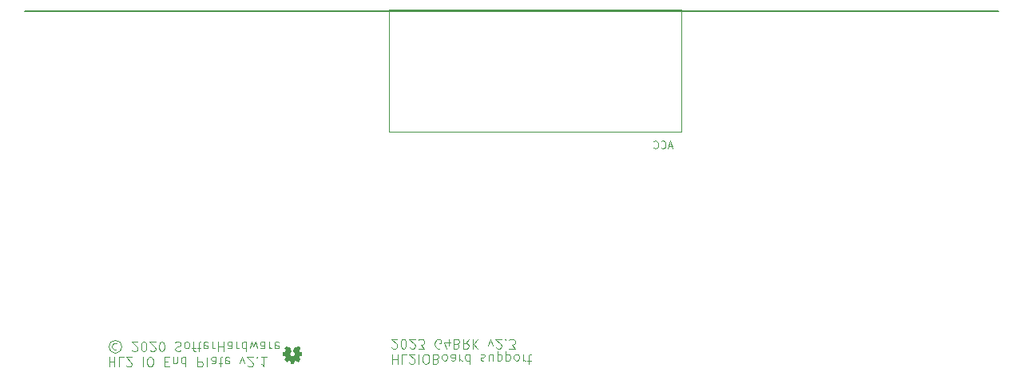
<source format=gbo>
G04 #@! TF.GenerationSoftware,KiCad,Pcbnew,(6.0.10)*
G04 #@! TF.CreationDate,2023-08-10T06:38:26+00:00*
G04 #@! TF.ProjectId,HL2IO_endcap,484c3249-4f5f-4656-9e64-6361702e6b69,2.1*
G04 #@! TF.SameCoordinates,Original*
G04 #@! TF.FileFunction,Legend,Bot*
G04 #@! TF.FilePolarity,Positive*
%FSLAX46Y46*%
G04 Gerber Fmt 4.6, Leading zero omitted, Abs format (unit mm)*
G04 Created by KiCad (PCBNEW (6.0.10)) date 2023-08-10 06:38:26*
%MOMM*%
%LPD*%
G01*
G04 APERTURE LIST*
%ADD10C,0.150000*%
%ADD11C,0.120000*%
%ADD12C,0.100000*%
%ADD13C,0.002540*%
%ADD14C,1.000000*%
%ADD15C,7.000000*%
%ADD16C,4.900000*%
%ADD17C,9.500000*%
%ADD18C,3.050000*%
G04 APERTURE END LIST*
D10*
X51400000Y-65000000D02*
X154600000Y-65000000D01*
D11*
X90316095Y-101352619D02*
X90316095Y-102352619D01*
X90316095Y-101876428D02*
X90887523Y-101876428D01*
X90887523Y-101352619D02*
X90887523Y-102352619D01*
X91839904Y-101352619D02*
X91363714Y-101352619D01*
X91363714Y-102352619D01*
X92125619Y-102257380D02*
X92173238Y-102305000D01*
X92268476Y-102352619D01*
X92506571Y-102352619D01*
X92601809Y-102305000D01*
X92649428Y-102257380D01*
X92697047Y-102162142D01*
X92697047Y-102066904D01*
X92649428Y-101924047D01*
X92078000Y-101352619D01*
X92697047Y-101352619D01*
X93125619Y-101352619D02*
X93125619Y-102352619D01*
X93792285Y-102352619D02*
X93982761Y-102352619D01*
X94078000Y-102305000D01*
X94173238Y-102209761D01*
X94220857Y-102019285D01*
X94220857Y-101685952D01*
X94173238Y-101495476D01*
X94078000Y-101400238D01*
X93982761Y-101352619D01*
X93792285Y-101352619D01*
X93697047Y-101400238D01*
X93601809Y-101495476D01*
X93554190Y-101685952D01*
X93554190Y-102019285D01*
X93601809Y-102209761D01*
X93697047Y-102305000D01*
X93792285Y-102352619D01*
X94982761Y-101876428D02*
X95125619Y-101828809D01*
X95173238Y-101781190D01*
X95220857Y-101685952D01*
X95220857Y-101543095D01*
X95173238Y-101447857D01*
X95125619Y-101400238D01*
X95030380Y-101352619D01*
X94649428Y-101352619D01*
X94649428Y-102352619D01*
X94982761Y-102352619D01*
X95078000Y-102305000D01*
X95125619Y-102257380D01*
X95173238Y-102162142D01*
X95173238Y-102066904D01*
X95125619Y-101971666D01*
X95078000Y-101924047D01*
X94982761Y-101876428D01*
X94649428Y-101876428D01*
X95792285Y-101352619D02*
X95697047Y-101400238D01*
X95649428Y-101447857D01*
X95601809Y-101543095D01*
X95601809Y-101828809D01*
X95649428Y-101924047D01*
X95697047Y-101971666D01*
X95792285Y-102019285D01*
X95935142Y-102019285D01*
X96030380Y-101971666D01*
X96078000Y-101924047D01*
X96125619Y-101828809D01*
X96125619Y-101543095D01*
X96078000Y-101447857D01*
X96030380Y-101400238D01*
X95935142Y-101352619D01*
X95792285Y-101352619D01*
X96982761Y-101352619D02*
X96982761Y-101876428D01*
X96935142Y-101971666D01*
X96839904Y-102019285D01*
X96649428Y-102019285D01*
X96554190Y-101971666D01*
X96982761Y-101400238D02*
X96887523Y-101352619D01*
X96649428Y-101352619D01*
X96554190Y-101400238D01*
X96506571Y-101495476D01*
X96506571Y-101590714D01*
X96554190Y-101685952D01*
X96649428Y-101733571D01*
X96887523Y-101733571D01*
X96982761Y-101781190D01*
X97458952Y-101352619D02*
X97458952Y-102019285D01*
X97458952Y-101828809D02*
X97506571Y-101924047D01*
X97554190Y-101971666D01*
X97649428Y-102019285D01*
X97744666Y-102019285D01*
X98506571Y-101352619D02*
X98506571Y-102352619D01*
X98506571Y-101400238D02*
X98411333Y-101352619D01*
X98220857Y-101352619D01*
X98125619Y-101400238D01*
X98078000Y-101447857D01*
X98030380Y-101543095D01*
X98030380Y-101828809D01*
X98078000Y-101924047D01*
X98125619Y-101971666D01*
X98220857Y-102019285D01*
X98411333Y-102019285D01*
X98506571Y-101971666D01*
X99697047Y-101400238D02*
X99792285Y-101352619D01*
X99982761Y-101352619D01*
X100078000Y-101400238D01*
X100125619Y-101495476D01*
X100125619Y-101543095D01*
X100078000Y-101638333D01*
X99982761Y-101685952D01*
X99839904Y-101685952D01*
X99744666Y-101733571D01*
X99697047Y-101828809D01*
X99697047Y-101876428D01*
X99744666Y-101971666D01*
X99839904Y-102019285D01*
X99982761Y-102019285D01*
X100078000Y-101971666D01*
X100982761Y-102019285D02*
X100982761Y-101352619D01*
X100554190Y-102019285D02*
X100554190Y-101495476D01*
X100601809Y-101400238D01*
X100697047Y-101352619D01*
X100839904Y-101352619D01*
X100935142Y-101400238D01*
X100982761Y-101447857D01*
X101458952Y-102019285D02*
X101458952Y-101019285D01*
X101458952Y-101971666D02*
X101554190Y-102019285D01*
X101744666Y-102019285D01*
X101839904Y-101971666D01*
X101887523Y-101924047D01*
X101935142Y-101828809D01*
X101935142Y-101543095D01*
X101887523Y-101447857D01*
X101839904Y-101400238D01*
X101744666Y-101352619D01*
X101554190Y-101352619D01*
X101458952Y-101400238D01*
X102363714Y-102019285D02*
X102363714Y-101019285D01*
X102363714Y-101971666D02*
X102458952Y-102019285D01*
X102649428Y-102019285D01*
X102744666Y-101971666D01*
X102792285Y-101924047D01*
X102839904Y-101828809D01*
X102839904Y-101543095D01*
X102792285Y-101447857D01*
X102744666Y-101400238D01*
X102649428Y-101352619D01*
X102458952Y-101352619D01*
X102363714Y-101400238D01*
X103411333Y-101352619D02*
X103316095Y-101400238D01*
X103268476Y-101447857D01*
X103220857Y-101543095D01*
X103220857Y-101828809D01*
X103268476Y-101924047D01*
X103316095Y-101971666D01*
X103411333Y-102019285D01*
X103554190Y-102019285D01*
X103649428Y-101971666D01*
X103697047Y-101924047D01*
X103744666Y-101828809D01*
X103744666Y-101543095D01*
X103697047Y-101447857D01*
X103649428Y-101400238D01*
X103554190Y-101352619D01*
X103411333Y-101352619D01*
X104173238Y-101352619D02*
X104173238Y-102019285D01*
X104173238Y-101828809D02*
X104220857Y-101924047D01*
X104268476Y-101971666D01*
X104363714Y-102019285D01*
X104458952Y-102019285D01*
X104649428Y-102019285D02*
X105030380Y-102019285D01*
X104792285Y-102352619D02*
X104792285Y-101495476D01*
X104839904Y-101400238D01*
X104935142Y-101352619D01*
X105030380Y-101352619D01*
X90268476Y-100647380D02*
X90316095Y-100695000D01*
X90411333Y-100742619D01*
X90649428Y-100742619D01*
X90744666Y-100695000D01*
X90792285Y-100647380D01*
X90839904Y-100552142D01*
X90839904Y-100456904D01*
X90792285Y-100314047D01*
X90220857Y-99742619D01*
X90839904Y-99742619D01*
X91458952Y-100742619D02*
X91554190Y-100742619D01*
X91649428Y-100695000D01*
X91697047Y-100647380D01*
X91744666Y-100552142D01*
X91792285Y-100361666D01*
X91792285Y-100123571D01*
X91744666Y-99933095D01*
X91697047Y-99837857D01*
X91649428Y-99790238D01*
X91554190Y-99742619D01*
X91458952Y-99742619D01*
X91363714Y-99790238D01*
X91316095Y-99837857D01*
X91268476Y-99933095D01*
X91220857Y-100123571D01*
X91220857Y-100361666D01*
X91268476Y-100552142D01*
X91316095Y-100647380D01*
X91363714Y-100695000D01*
X91458952Y-100742619D01*
X92173238Y-100647380D02*
X92220857Y-100695000D01*
X92316095Y-100742619D01*
X92554190Y-100742619D01*
X92649428Y-100695000D01*
X92697047Y-100647380D01*
X92744666Y-100552142D01*
X92744666Y-100456904D01*
X92697047Y-100314047D01*
X92125619Y-99742619D01*
X92744666Y-99742619D01*
X93078000Y-100742619D02*
X93697047Y-100742619D01*
X93363714Y-100361666D01*
X93506571Y-100361666D01*
X93601809Y-100314047D01*
X93649428Y-100266428D01*
X93697047Y-100171190D01*
X93697047Y-99933095D01*
X93649428Y-99837857D01*
X93601809Y-99790238D01*
X93506571Y-99742619D01*
X93220857Y-99742619D01*
X93125619Y-99790238D01*
X93078000Y-99837857D01*
X95411333Y-100695000D02*
X95316095Y-100742619D01*
X95173238Y-100742619D01*
X95030380Y-100695000D01*
X94935142Y-100599761D01*
X94887523Y-100504523D01*
X94839904Y-100314047D01*
X94839904Y-100171190D01*
X94887523Y-99980714D01*
X94935142Y-99885476D01*
X95030380Y-99790238D01*
X95173238Y-99742619D01*
X95268476Y-99742619D01*
X95411333Y-99790238D01*
X95458952Y-99837857D01*
X95458952Y-100171190D01*
X95268476Y-100171190D01*
X96316095Y-100409285D02*
X96316095Y-99742619D01*
X96078000Y-100790238D02*
X95839904Y-100075952D01*
X96458952Y-100075952D01*
X97173238Y-100266428D02*
X97316095Y-100218809D01*
X97363714Y-100171190D01*
X97411333Y-100075952D01*
X97411333Y-99933095D01*
X97363714Y-99837857D01*
X97316095Y-99790238D01*
X97220857Y-99742619D01*
X96839904Y-99742619D01*
X96839904Y-100742619D01*
X97173238Y-100742619D01*
X97268476Y-100695000D01*
X97316095Y-100647380D01*
X97363714Y-100552142D01*
X97363714Y-100456904D01*
X97316095Y-100361666D01*
X97268476Y-100314047D01*
X97173238Y-100266428D01*
X96839904Y-100266428D01*
X98411333Y-99742619D02*
X98078000Y-100218809D01*
X97839904Y-99742619D02*
X97839904Y-100742619D01*
X98220857Y-100742619D01*
X98316095Y-100695000D01*
X98363714Y-100647380D01*
X98411333Y-100552142D01*
X98411333Y-100409285D01*
X98363714Y-100314047D01*
X98316095Y-100266428D01*
X98220857Y-100218809D01*
X97839904Y-100218809D01*
X98839904Y-99742619D02*
X98839904Y-100742619D01*
X99411333Y-99742619D02*
X98982761Y-100314047D01*
X99411333Y-100742619D02*
X98839904Y-100171190D01*
X100506571Y-100409285D02*
X100744666Y-99742619D01*
X100982761Y-100409285D01*
X101316095Y-100647380D02*
X101363714Y-100695000D01*
X101458952Y-100742619D01*
X101697047Y-100742619D01*
X101792285Y-100695000D01*
X101839904Y-100647380D01*
X101887523Y-100552142D01*
X101887523Y-100456904D01*
X101839904Y-100314047D01*
X101268476Y-99742619D01*
X101887523Y-99742619D01*
X102316095Y-99837857D02*
X102363714Y-99790238D01*
X102316095Y-99742619D01*
X102268476Y-99790238D01*
X102316095Y-99837857D01*
X102316095Y-99742619D01*
X102697047Y-100742619D02*
X103316095Y-100742619D01*
X102982761Y-100361666D01*
X103125619Y-100361666D01*
X103220857Y-100314047D01*
X103268476Y-100266428D01*
X103316095Y-100171190D01*
X103316095Y-99933095D01*
X103268476Y-99837857D01*
X103220857Y-99790238D01*
X103125619Y-99742619D01*
X102839904Y-99742619D01*
X102744666Y-99790238D01*
X102697047Y-99837857D01*
X60316095Y-101652619D02*
X60316095Y-102652619D01*
X60316095Y-102176428D02*
X60887523Y-102176428D01*
X60887523Y-101652619D02*
X60887523Y-102652619D01*
X61839904Y-101652619D02*
X61363714Y-101652619D01*
X61363714Y-102652619D01*
X62125619Y-102557380D02*
X62173238Y-102605000D01*
X62268476Y-102652619D01*
X62506571Y-102652619D01*
X62601809Y-102605000D01*
X62649428Y-102557380D01*
X62697047Y-102462142D01*
X62697047Y-102366904D01*
X62649428Y-102224047D01*
X62078000Y-101652619D01*
X62697047Y-101652619D01*
X63887523Y-101652619D02*
X63887523Y-102652619D01*
X64554190Y-102652619D02*
X64744666Y-102652619D01*
X64839904Y-102605000D01*
X64935142Y-102509761D01*
X64982761Y-102319285D01*
X64982761Y-101985952D01*
X64935142Y-101795476D01*
X64839904Y-101700238D01*
X64744666Y-101652619D01*
X64554190Y-101652619D01*
X64458952Y-101700238D01*
X64363714Y-101795476D01*
X64316095Y-101985952D01*
X64316095Y-102319285D01*
X64363714Y-102509761D01*
X64458952Y-102605000D01*
X64554190Y-102652619D01*
X66173238Y-102176428D02*
X66506571Y-102176428D01*
X66649428Y-101652619D02*
X66173238Y-101652619D01*
X66173238Y-102652619D01*
X66649428Y-102652619D01*
X67077999Y-102319285D02*
X67077999Y-101652619D01*
X67077999Y-102224047D02*
X67125619Y-102271666D01*
X67220857Y-102319285D01*
X67363714Y-102319285D01*
X67458952Y-102271666D01*
X67506571Y-102176428D01*
X67506571Y-101652619D01*
X68411333Y-101652619D02*
X68411333Y-102652619D01*
X68411333Y-101700238D02*
X68316095Y-101652619D01*
X68125619Y-101652619D01*
X68030380Y-101700238D01*
X67982761Y-101747857D01*
X67935142Y-101843095D01*
X67935142Y-102128809D01*
X67982761Y-102224047D01*
X68030380Y-102271666D01*
X68125619Y-102319285D01*
X68316095Y-102319285D01*
X68411333Y-102271666D01*
X69649428Y-101652619D02*
X69649428Y-102652619D01*
X70030380Y-102652619D01*
X70125619Y-102605000D01*
X70173238Y-102557380D01*
X70220857Y-102462142D01*
X70220857Y-102319285D01*
X70173238Y-102224047D01*
X70125619Y-102176428D01*
X70030380Y-102128809D01*
X69649428Y-102128809D01*
X70792285Y-101652619D02*
X70697047Y-101700238D01*
X70649428Y-101795476D01*
X70649428Y-102652619D01*
X71601809Y-101652619D02*
X71601809Y-102176428D01*
X71554190Y-102271666D01*
X71458952Y-102319285D01*
X71268476Y-102319285D01*
X71173238Y-102271666D01*
X71601809Y-101700238D02*
X71506571Y-101652619D01*
X71268476Y-101652619D01*
X71173238Y-101700238D01*
X71125619Y-101795476D01*
X71125619Y-101890714D01*
X71173238Y-101985952D01*
X71268476Y-102033571D01*
X71506571Y-102033571D01*
X71601809Y-102081190D01*
X71935142Y-102319285D02*
X72316095Y-102319285D01*
X72078000Y-102652619D02*
X72078000Y-101795476D01*
X72125619Y-101700238D01*
X72220857Y-101652619D01*
X72316095Y-101652619D01*
X73030380Y-101700238D02*
X72935142Y-101652619D01*
X72744666Y-101652619D01*
X72649428Y-101700238D01*
X72601809Y-101795476D01*
X72601809Y-102176428D01*
X72649428Y-102271666D01*
X72744666Y-102319285D01*
X72935142Y-102319285D01*
X73030380Y-102271666D01*
X73078000Y-102176428D01*
X73078000Y-102081190D01*
X72601809Y-101985952D01*
X74173238Y-102319285D02*
X74411333Y-101652619D01*
X74649428Y-102319285D01*
X74982761Y-102557380D02*
X75030380Y-102605000D01*
X75125619Y-102652619D01*
X75363714Y-102652619D01*
X75458952Y-102605000D01*
X75506571Y-102557380D01*
X75554190Y-102462142D01*
X75554190Y-102366904D01*
X75506571Y-102224047D01*
X74935142Y-101652619D01*
X75554190Y-101652619D01*
X75982761Y-101747857D02*
X76030380Y-101700238D01*
X75982761Y-101652619D01*
X75935142Y-101700238D01*
X75982761Y-101747857D01*
X75982761Y-101652619D01*
X76982761Y-101652619D02*
X76411333Y-101652619D01*
X76697047Y-101652619D02*
X76697047Y-102652619D01*
X76601809Y-102509761D01*
X76506571Y-102414523D01*
X76411333Y-102366904D01*
X61125619Y-100804523D02*
X61030380Y-100852142D01*
X60839904Y-100852142D01*
X60744666Y-100804523D01*
X60649428Y-100709285D01*
X60601809Y-100614047D01*
X60601809Y-100423571D01*
X60649428Y-100328333D01*
X60744666Y-100233095D01*
X60839904Y-100185476D01*
X61030380Y-100185476D01*
X61125619Y-100233095D01*
X60935142Y-101185476D02*
X60697047Y-101137857D01*
X60458952Y-100995000D01*
X60316095Y-100756904D01*
X60268476Y-100518809D01*
X60316095Y-100280714D01*
X60458952Y-100042619D01*
X60697047Y-99899761D01*
X60935142Y-99852142D01*
X61173238Y-99899761D01*
X61411333Y-100042619D01*
X61554190Y-100280714D01*
X61601809Y-100518809D01*
X61554190Y-100756904D01*
X61411333Y-100995000D01*
X61173238Y-101137857D01*
X60935142Y-101185476D01*
X62744666Y-100947380D02*
X62792285Y-100995000D01*
X62887523Y-101042619D01*
X63125619Y-101042619D01*
X63220857Y-100995000D01*
X63268476Y-100947380D01*
X63316095Y-100852142D01*
X63316095Y-100756904D01*
X63268476Y-100614047D01*
X62697047Y-100042619D01*
X63316095Y-100042619D01*
X63935142Y-101042619D02*
X64030380Y-101042619D01*
X64125619Y-100995000D01*
X64173238Y-100947380D01*
X64220857Y-100852142D01*
X64268476Y-100661666D01*
X64268476Y-100423571D01*
X64220857Y-100233095D01*
X64173238Y-100137857D01*
X64125619Y-100090238D01*
X64030380Y-100042619D01*
X63935142Y-100042619D01*
X63839904Y-100090238D01*
X63792285Y-100137857D01*
X63744666Y-100233095D01*
X63697047Y-100423571D01*
X63697047Y-100661666D01*
X63744666Y-100852142D01*
X63792285Y-100947380D01*
X63839904Y-100995000D01*
X63935142Y-101042619D01*
X64649428Y-100947380D02*
X64697047Y-100995000D01*
X64792285Y-101042619D01*
X65030380Y-101042619D01*
X65125619Y-100995000D01*
X65173238Y-100947380D01*
X65220857Y-100852142D01*
X65220857Y-100756904D01*
X65173238Y-100614047D01*
X64601809Y-100042619D01*
X65220857Y-100042619D01*
X65839904Y-101042619D02*
X65935142Y-101042619D01*
X66030380Y-100995000D01*
X66078000Y-100947380D01*
X66125619Y-100852142D01*
X66173238Y-100661666D01*
X66173238Y-100423571D01*
X66125619Y-100233095D01*
X66078000Y-100137857D01*
X66030380Y-100090238D01*
X65935142Y-100042619D01*
X65839904Y-100042619D01*
X65744666Y-100090238D01*
X65697047Y-100137857D01*
X65649428Y-100233095D01*
X65601809Y-100423571D01*
X65601809Y-100661666D01*
X65649428Y-100852142D01*
X65697047Y-100947380D01*
X65744666Y-100995000D01*
X65839904Y-101042619D01*
X67316095Y-100090238D02*
X67458952Y-100042619D01*
X67697047Y-100042619D01*
X67792285Y-100090238D01*
X67839904Y-100137857D01*
X67887523Y-100233095D01*
X67887523Y-100328333D01*
X67839904Y-100423571D01*
X67792285Y-100471190D01*
X67697047Y-100518809D01*
X67506571Y-100566428D01*
X67411333Y-100614047D01*
X67363714Y-100661666D01*
X67316095Y-100756904D01*
X67316095Y-100852142D01*
X67363714Y-100947380D01*
X67411333Y-100995000D01*
X67506571Y-101042619D01*
X67744666Y-101042619D01*
X67887523Y-100995000D01*
X68458952Y-100042619D02*
X68363714Y-100090238D01*
X68316095Y-100137857D01*
X68268476Y-100233095D01*
X68268476Y-100518809D01*
X68316095Y-100614047D01*
X68363714Y-100661666D01*
X68458952Y-100709285D01*
X68601809Y-100709285D01*
X68697047Y-100661666D01*
X68744666Y-100614047D01*
X68792285Y-100518809D01*
X68792285Y-100233095D01*
X68744666Y-100137857D01*
X68697047Y-100090238D01*
X68601809Y-100042619D01*
X68458952Y-100042619D01*
X69078000Y-100709285D02*
X69458952Y-100709285D01*
X69220857Y-100042619D02*
X69220857Y-100899761D01*
X69268476Y-100995000D01*
X69363714Y-101042619D01*
X69458952Y-101042619D01*
X69649428Y-100709285D02*
X70030380Y-100709285D01*
X69792285Y-101042619D02*
X69792285Y-100185476D01*
X69839904Y-100090238D01*
X69935142Y-100042619D01*
X70030380Y-100042619D01*
X70744666Y-100090238D02*
X70649428Y-100042619D01*
X70458952Y-100042619D01*
X70363714Y-100090238D01*
X70316095Y-100185476D01*
X70316095Y-100566428D01*
X70363714Y-100661666D01*
X70458952Y-100709285D01*
X70649428Y-100709285D01*
X70744666Y-100661666D01*
X70792285Y-100566428D01*
X70792285Y-100471190D01*
X70316095Y-100375952D01*
X71220857Y-100042619D02*
X71220857Y-100709285D01*
X71220857Y-100518809D02*
X71268476Y-100614047D01*
X71316095Y-100661666D01*
X71411333Y-100709285D01*
X71506571Y-100709285D01*
X71839904Y-100042619D02*
X71839904Y-101042619D01*
X71839904Y-100566428D02*
X72411333Y-100566428D01*
X72411333Y-100042619D02*
X72411333Y-101042619D01*
X73316095Y-100042619D02*
X73316095Y-100566428D01*
X73268476Y-100661666D01*
X73173238Y-100709285D01*
X72982761Y-100709285D01*
X72887523Y-100661666D01*
X73316095Y-100090238D02*
X73220857Y-100042619D01*
X72982761Y-100042619D01*
X72887523Y-100090238D01*
X72839904Y-100185476D01*
X72839904Y-100280714D01*
X72887523Y-100375952D01*
X72982761Y-100423571D01*
X73220857Y-100423571D01*
X73316095Y-100471190D01*
X73792285Y-100042619D02*
X73792285Y-100709285D01*
X73792285Y-100518809D02*
X73839904Y-100614047D01*
X73887523Y-100661666D01*
X73982761Y-100709285D01*
X74078000Y-100709285D01*
X74839904Y-100042619D02*
X74839904Y-101042619D01*
X74839904Y-100090238D02*
X74744666Y-100042619D01*
X74554190Y-100042619D01*
X74458952Y-100090238D01*
X74411333Y-100137857D01*
X74363714Y-100233095D01*
X74363714Y-100518809D01*
X74411333Y-100614047D01*
X74458952Y-100661666D01*
X74554190Y-100709285D01*
X74744666Y-100709285D01*
X74839904Y-100661666D01*
X75220857Y-100709285D02*
X75411333Y-100042619D01*
X75601809Y-100518809D01*
X75792285Y-100042619D01*
X75982761Y-100709285D01*
X76792285Y-100042619D02*
X76792285Y-100566428D01*
X76744666Y-100661666D01*
X76649428Y-100709285D01*
X76458952Y-100709285D01*
X76363714Y-100661666D01*
X76792285Y-100090238D02*
X76697047Y-100042619D01*
X76458952Y-100042619D01*
X76363714Y-100090238D01*
X76316095Y-100185476D01*
X76316095Y-100280714D01*
X76363714Y-100375952D01*
X76458952Y-100423571D01*
X76697047Y-100423571D01*
X76792285Y-100471190D01*
X77268476Y-100042619D02*
X77268476Y-100709285D01*
X77268476Y-100518809D02*
X77316095Y-100614047D01*
X77363714Y-100661666D01*
X77458952Y-100709285D01*
X77554190Y-100709285D01*
X78268476Y-100090238D02*
X78173238Y-100042619D01*
X77982761Y-100042619D01*
X77887523Y-100090238D01*
X77839904Y-100185476D01*
X77839904Y-100566428D01*
X77887523Y-100661666D01*
X77982761Y-100709285D01*
X78173238Y-100709285D01*
X78268476Y-100661666D01*
X78316095Y-100566428D01*
X78316095Y-100471190D01*
X77839904Y-100375952D01*
D12*
X119990476Y-79298333D02*
X119609523Y-79298333D01*
X120066666Y-79526904D02*
X119800000Y-78726904D01*
X119533333Y-79526904D01*
X118809523Y-79450714D02*
X118847619Y-79488809D01*
X118961904Y-79526904D01*
X119038095Y-79526904D01*
X119152380Y-79488809D01*
X119228571Y-79412619D01*
X119266666Y-79336428D01*
X119304761Y-79184047D01*
X119304761Y-79069761D01*
X119266666Y-78917380D01*
X119228571Y-78841190D01*
X119152380Y-78765000D01*
X119038095Y-78726904D01*
X118961904Y-78726904D01*
X118847619Y-78765000D01*
X118809523Y-78803095D01*
X118009523Y-79450714D02*
X118047619Y-79488809D01*
X118161904Y-79526904D01*
X118238095Y-79526904D01*
X118352380Y-79488809D01*
X118428571Y-79412619D01*
X118466666Y-79336428D01*
X118504761Y-79184047D01*
X118504761Y-79069761D01*
X118466666Y-78917380D01*
X118428571Y-78841190D01*
X118352380Y-78765000D01*
X118238095Y-78726904D01*
X118161904Y-78726904D01*
X118047619Y-78765000D01*
X118009523Y-78803095D01*
X121000000Y-64765000D02*
X90000000Y-64765000D01*
X90000000Y-64765000D02*
X90000000Y-77765000D01*
X90000000Y-77765000D02*
X121000000Y-77765000D01*
X121000000Y-77765000D02*
X121000000Y-64765000D01*
G36*
X79108180Y-100511000D02*
G01*
X79131040Y-100526240D01*
X79166600Y-100549100D01*
X79202160Y-100574500D01*
X79240260Y-100599900D01*
X79273280Y-100620220D01*
X79293600Y-100635460D01*
X79303760Y-100640540D01*
X79313920Y-100635460D01*
X79336780Y-100625300D01*
X79387580Y-100599900D01*
X79402820Y-100594820D01*
X79410440Y-100594820D01*
X79415520Y-100607520D01*
X79428220Y-100632920D01*
X79446000Y-100673560D01*
X79466320Y-100724360D01*
X79491720Y-100782780D01*
X79506960Y-100818340D01*
X79595860Y-101034240D01*
X79583160Y-101044400D01*
X79567920Y-101054560D01*
X79542520Y-101072340D01*
X79537440Y-101077420D01*
X79484100Y-101128220D01*
X79448540Y-101186640D01*
X79428220Y-101255220D01*
X79425680Y-101326340D01*
X79425680Y-101341580D01*
X79446000Y-101402540D01*
X79481560Y-101463500D01*
X79504420Y-101491440D01*
X79565380Y-101537160D01*
X79631420Y-101562560D01*
X79700000Y-101570180D01*
X79771120Y-101562560D01*
X79837160Y-101534620D01*
X79893040Y-101491440D01*
X79938760Y-101430480D01*
X79964160Y-101366980D01*
X79971780Y-101300940D01*
X79964160Y-101227280D01*
X79933680Y-101161240D01*
X79887960Y-101102820D01*
X79839700Y-101062180D01*
X79819380Y-101046940D01*
X79804140Y-101031700D01*
X79809220Y-101021540D01*
X79819380Y-100993600D01*
X79834620Y-100955500D01*
X79854940Y-100907240D01*
X79877800Y-100853900D01*
X79923520Y-100742140D01*
X79943840Y-100691340D01*
X79964160Y-100648160D01*
X79976860Y-100615140D01*
X79987020Y-100597360D01*
X79989560Y-100592280D01*
X80002260Y-100594820D01*
X80042900Y-100615140D01*
X80070840Y-100627840D01*
X80088620Y-100638000D01*
X80093700Y-100640540D01*
X80103860Y-100635460D01*
X80126720Y-100620220D01*
X80159740Y-100597360D01*
X80197840Y-100571960D01*
X80238480Y-100544020D01*
X80271500Y-100523700D01*
X80294360Y-100508460D01*
X80304520Y-100503380D01*
X80314680Y-100508460D01*
X80335000Y-100528780D01*
X80365480Y-100554180D01*
X80398500Y-100589740D01*
X80406120Y-100594820D01*
X80451840Y-100640540D01*
X80479780Y-100671020D01*
X80495020Y-100688800D01*
X80500100Y-100696420D01*
X80492480Y-100706580D01*
X80477240Y-100731980D01*
X80454380Y-100765000D01*
X80426440Y-100805640D01*
X80401040Y-100843740D01*
X80378180Y-100876760D01*
X80362940Y-100899620D01*
X80357860Y-100909780D01*
X80362940Y-100925020D01*
X80373100Y-100950420D01*
X80385800Y-100985980D01*
X80401040Y-101024080D01*
X80416280Y-101059640D01*
X80444220Y-101115520D01*
X80456920Y-101118060D01*
X80484860Y-101123140D01*
X80525500Y-101130760D01*
X80563600Y-101138380D01*
X80609320Y-101146000D01*
X80649960Y-101153620D01*
X80675360Y-101158700D01*
X80688060Y-101163780D01*
X80698220Y-101168860D01*
X80695680Y-101435560D01*
X80622020Y-101450800D01*
X80576300Y-101460960D01*
X80525500Y-101468580D01*
X80489940Y-101476200D01*
X80431520Y-101486360D01*
X80393420Y-101575260D01*
X80375640Y-101615900D01*
X80362940Y-101648920D01*
X80355320Y-101671780D01*
X80352780Y-101676860D01*
X80360400Y-101689560D01*
X80375640Y-101717500D01*
X80421360Y-101788620D01*
X80449300Y-101826720D01*
X80472160Y-101862280D01*
X80489940Y-101885140D01*
X80495020Y-101897840D01*
X80497560Y-101902920D01*
X80482320Y-101925780D01*
X80431520Y-101976580D01*
X80406120Y-102004520D01*
X80370560Y-102037540D01*
X80340080Y-102068020D01*
X80317220Y-102088340D01*
X80307060Y-102098500D01*
X80296900Y-102093420D01*
X80274040Y-102078180D01*
X80241020Y-102057860D01*
X80200380Y-102029920D01*
X80190220Y-102022300D01*
X80078460Y-101946100D01*
X79987020Y-101981660D01*
X79946380Y-101999440D01*
X79913360Y-102012140D01*
X79895580Y-102019760D01*
X79890500Y-102022300D01*
X79887960Y-102032460D01*
X79882880Y-102060400D01*
X79872720Y-102098500D01*
X79865100Y-102146760D01*
X79862560Y-102154380D01*
X79854940Y-102205180D01*
X79844780Y-102245820D01*
X79839700Y-102276300D01*
X79834620Y-102289000D01*
X79834620Y-102291540D01*
X79821920Y-102294080D01*
X79796520Y-102294080D01*
X79758420Y-102296620D01*
X79593320Y-102296620D01*
X79567920Y-102294080D01*
X79562840Y-102294080D01*
X79560300Y-102281380D01*
X79552680Y-102253440D01*
X79545060Y-102215340D01*
X79537440Y-102167080D01*
X79534900Y-102159460D01*
X79527280Y-102111200D01*
X79517120Y-102070560D01*
X79512040Y-102040080D01*
X79506960Y-102024840D01*
X79494260Y-102017220D01*
X79468860Y-102007060D01*
X79435840Y-101991820D01*
X79397740Y-101976580D01*
X79364720Y-101963880D01*
X79319000Y-101948640D01*
X79316460Y-101948640D01*
X79306300Y-101956260D01*
X79283440Y-101971500D01*
X79250420Y-101994360D01*
X79209780Y-102019760D01*
X79207240Y-102022300D01*
X79166600Y-102050240D01*
X79133580Y-102073100D01*
X79108180Y-102090880D01*
X79095480Y-102095960D01*
X79095480Y-102098500D01*
X79087860Y-102093420D01*
X79070080Y-102080720D01*
X79042140Y-102055320D01*
X78927840Y-101941020D01*
X78907520Y-101918160D01*
X78899900Y-101908000D01*
X78899900Y-101905460D01*
X78904980Y-101895300D01*
X78920220Y-101872440D01*
X78940540Y-101836880D01*
X78968480Y-101798780D01*
X78971020Y-101793700D01*
X78998960Y-101753060D01*
X79021820Y-101720040D01*
X79037060Y-101694640D01*
X79044680Y-101684480D01*
X79042140Y-101671780D01*
X79034520Y-101648920D01*
X78988800Y-101542240D01*
X78976100Y-101511760D01*
X78965940Y-101493980D01*
X78963400Y-101491440D01*
X78950700Y-101486360D01*
X78922760Y-101481280D01*
X78884660Y-101471120D01*
X78836400Y-101463500D01*
X78833860Y-101463500D01*
X78785600Y-101453340D01*
X78747500Y-101445720D01*
X78719560Y-101440640D01*
X78706860Y-101435560D01*
X78704320Y-101425400D01*
X78701780Y-101400000D01*
X78701780Y-101181560D01*
X78704320Y-101168860D01*
X78706860Y-101163780D01*
X78709400Y-101161240D01*
X78722100Y-101158700D01*
X78752580Y-101153620D01*
X78790680Y-101146000D01*
X78836400Y-101135840D01*
X78882120Y-101128220D01*
X78920220Y-101120600D01*
X78948160Y-101112980D01*
X78958320Y-101110440D01*
X78963400Y-101097740D01*
X78976100Y-101072340D01*
X78991340Y-101036780D01*
X79001500Y-101006300D01*
X79042140Y-100909780D01*
X78971020Y-100805640D01*
X78943080Y-100765000D01*
X78920220Y-100731980D01*
X78904980Y-100706580D01*
X78899900Y-100693880D01*
X78904980Y-100686260D01*
X78925300Y-100665940D01*
X78953240Y-100635460D01*
X78986260Y-100599900D01*
X78993880Y-100594820D01*
X79062460Y-100526240D01*
X79092940Y-100503380D01*
X79095480Y-100503380D01*
X79108180Y-100511000D01*
G37*
D13*
X79108180Y-100511000D02*
X79131040Y-100526240D01*
X79166600Y-100549100D01*
X79202160Y-100574500D01*
X79240260Y-100599900D01*
X79273280Y-100620220D01*
X79293600Y-100635460D01*
X79303760Y-100640540D01*
X79313920Y-100635460D01*
X79336780Y-100625300D01*
X79387580Y-100599900D01*
X79402820Y-100594820D01*
X79410440Y-100594820D01*
X79415520Y-100607520D01*
X79428220Y-100632920D01*
X79446000Y-100673560D01*
X79466320Y-100724360D01*
X79491720Y-100782780D01*
X79506960Y-100818340D01*
X79595860Y-101034240D01*
X79583160Y-101044400D01*
X79567920Y-101054560D01*
X79542520Y-101072340D01*
X79537440Y-101077420D01*
X79484100Y-101128220D01*
X79448540Y-101186640D01*
X79428220Y-101255220D01*
X79425680Y-101326340D01*
X79425680Y-101341580D01*
X79446000Y-101402540D01*
X79481560Y-101463500D01*
X79504420Y-101491440D01*
X79565380Y-101537160D01*
X79631420Y-101562560D01*
X79700000Y-101570180D01*
X79771120Y-101562560D01*
X79837160Y-101534620D01*
X79893040Y-101491440D01*
X79938760Y-101430480D01*
X79964160Y-101366980D01*
X79971780Y-101300940D01*
X79964160Y-101227280D01*
X79933680Y-101161240D01*
X79887960Y-101102820D01*
X79839700Y-101062180D01*
X79819380Y-101046940D01*
X79804140Y-101031700D01*
X79809220Y-101021540D01*
X79819380Y-100993600D01*
X79834620Y-100955500D01*
X79854940Y-100907240D01*
X79877800Y-100853900D01*
X79923520Y-100742140D01*
X79943840Y-100691340D01*
X79964160Y-100648160D01*
X79976860Y-100615140D01*
X79987020Y-100597360D01*
X79989560Y-100592280D01*
X80002260Y-100594820D01*
X80042900Y-100615140D01*
X80070840Y-100627840D01*
X80088620Y-100638000D01*
X80093700Y-100640540D01*
X80103860Y-100635460D01*
X80126720Y-100620220D01*
X80159740Y-100597360D01*
X80197840Y-100571960D01*
X80238480Y-100544020D01*
X80271500Y-100523700D01*
X80294360Y-100508460D01*
X80304520Y-100503380D01*
X80314680Y-100508460D01*
X80335000Y-100528780D01*
X80365480Y-100554180D01*
X80398500Y-100589740D01*
X80406120Y-100594820D01*
X80451840Y-100640540D01*
X80479780Y-100671020D01*
X80495020Y-100688800D01*
X80500100Y-100696420D01*
X80492480Y-100706580D01*
X80477240Y-100731980D01*
X80454380Y-100765000D01*
X80426440Y-100805640D01*
X80401040Y-100843740D01*
X80378180Y-100876760D01*
X80362940Y-100899620D01*
X80357860Y-100909780D01*
X80362940Y-100925020D01*
X80373100Y-100950420D01*
X80385800Y-100985980D01*
X80401040Y-101024080D01*
X80416280Y-101059640D01*
X80444220Y-101115520D01*
X80456920Y-101118060D01*
X80484860Y-101123140D01*
X80525500Y-101130760D01*
X80563600Y-101138380D01*
X80609320Y-101146000D01*
X80649960Y-101153620D01*
X80675360Y-101158700D01*
X80688060Y-101163780D01*
X80698220Y-101168860D01*
X80695680Y-101435560D01*
X80622020Y-101450800D01*
X80576300Y-101460960D01*
X80525500Y-101468580D01*
X80489940Y-101476200D01*
X80431520Y-101486360D01*
X80393420Y-101575260D01*
X80375640Y-101615900D01*
X80362940Y-101648920D01*
X80355320Y-101671780D01*
X80352780Y-101676860D01*
X80360400Y-101689560D01*
X80375640Y-101717500D01*
X80421360Y-101788620D01*
X80449300Y-101826720D01*
X80472160Y-101862280D01*
X80489940Y-101885140D01*
X80495020Y-101897840D01*
X80497560Y-101902920D01*
X80482320Y-101925780D01*
X80431520Y-101976580D01*
X80406120Y-102004520D01*
X80370560Y-102037540D01*
X80340080Y-102068020D01*
X80317220Y-102088340D01*
X80307060Y-102098500D01*
X80296900Y-102093420D01*
X80274040Y-102078180D01*
X80241020Y-102057860D01*
X80200380Y-102029920D01*
X80190220Y-102022300D01*
X80078460Y-101946100D01*
X79987020Y-101981660D01*
X79946380Y-101999440D01*
X79913360Y-102012140D01*
X79895580Y-102019760D01*
X79890500Y-102022300D01*
X79887960Y-102032460D01*
X79882880Y-102060400D01*
X79872720Y-102098500D01*
X79865100Y-102146760D01*
X79862560Y-102154380D01*
X79854940Y-102205180D01*
X79844780Y-102245820D01*
X79839700Y-102276300D01*
X79834620Y-102289000D01*
X79834620Y-102291540D01*
X79821920Y-102294080D01*
X79796520Y-102294080D01*
X79758420Y-102296620D01*
X79593320Y-102296620D01*
X79567920Y-102294080D01*
X79562840Y-102294080D01*
X79560300Y-102281380D01*
X79552680Y-102253440D01*
X79545060Y-102215340D01*
X79537440Y-102167080D01*
X79534900Y-102159460D01*
X79527280Y-102111200D01*
X79517120Y-102070560D01*
X79512040Y-102040080D01*
X79506960Y-102024840D01*
X79494260Y-102017220D01*
X79468860Y-102007060D01*
X79435840Y-101991820D01*
X79397740Y-101976580D01*
X79364720Y-101963880D01*
X79319000Y-101948640D01*
X79316460Y-101948640D01*
X79306300Y-101956260D01*
X79283440Y-101971500D01*
X79250420Y-101994360D01*
X79209780Y-102019760D01*
X79207240Y-102022300D01*
X79166600Y-102050240D01*
X79133580Y-102073100D01*
X79108180Y-102090880D01*
X79095480Y-102095960D01*
X79095480Y-102098500D01*
X79087860Y-102093420D01*
X79070080Y-102080720D01*
X79042140Y-102055320D01*
X78927840Y-101941020D01*
X78907520Y-101918160D01*
X78899900Y-101908000D01*
X78899900Y-101905460D01*
X78904980Y-101895300D01*
X78920220Y-101872440D01*
X78940540Y-101836880D01*
X78968480Y-101798780D01*
X78971020Y-101793700D01*
X78998960Y-101753060D01*
X79021820Y-101720040D01*
X79037060Y-101694640D01*
X79044680Y-101684480D01*
X79042140Y-101671780D01*
X79034520Y-101648920D01*
X78988800Y-101542240D01*
X78976100Y-101511760D01*
X78965940Y-101493980D01*
X78963400Y-101491440D01*
X78950700Y-101486360D01*
X78922760Y-101481280D01*
X78884660Y-101471120D01*
X78836400Y-101463500D01*
X78833860Y-101463500D01*
X78785600Y-101453340D01*
X78747500Y-101445720D01*
X78719560Y-101440640D01*
X78706860Y-101435560D01*
X78704320Y-101425400D01*
X78701780Y-101400000D01*
X78701780Y-101181560D01*
X78704320Y-101168860D01*
X78706860Y-101163780D01*
X78709400Y-101161240D01*
X78722100Y-101158700D01*
X78752580Y-101153620D01*
X78790680Y-101146000D01*
X78836400Y-101135840D01*
X78882120Y-101128220D01*
X78920220Y-101120600D01*
X78948160Y-101112980D01*
X78958320Y-101110440D01*
X78963400Y-101097740D01*
X78976100Y-101072340D01*
X78991340Y-101036780D01*
X79001500Y-101006300D01*
X79042140Y-100909780D01*
X78971020Y-100805640D01*
X78943080Y-100765000D01*
X78920220Y-100731980D01*
X78904980Y-100706580D01*
X78899900Y-100693880D01*
X78904980Y-100686260D01*
X78925300Y-100665940D01*
X78953240Y-100635460D01*
X78986260Y-100599900D01*
X78993880Y-100594820D01*
X79062460Y-100526240D01*
X79092940Y-100503380D01*
X79095480Y-100503380D01*
X79108180Y-100511000D01*
%LPC*%
D14*
X54000000Y-69000000D03*
D15*
X140500000Y-87200000D03*
D14*
X152000000Y-69000000D03*
D16*
X151125000Y-101250000D03*
X54875000Y-101250000D03*
X54875000Y-53750000D03*
X151125000Y-53750000D03*
D17*
X65000000Y-90900000D03*
D15*
X85000000Y-96765000D03*
X117000000Y-96765000D03*
X81300000Y-79265000D03*
X67300000Y-79265000D03*
D18*
X118000000Y-71265000D03*
X93000000Y-71265000D03*
M02*

</source>
